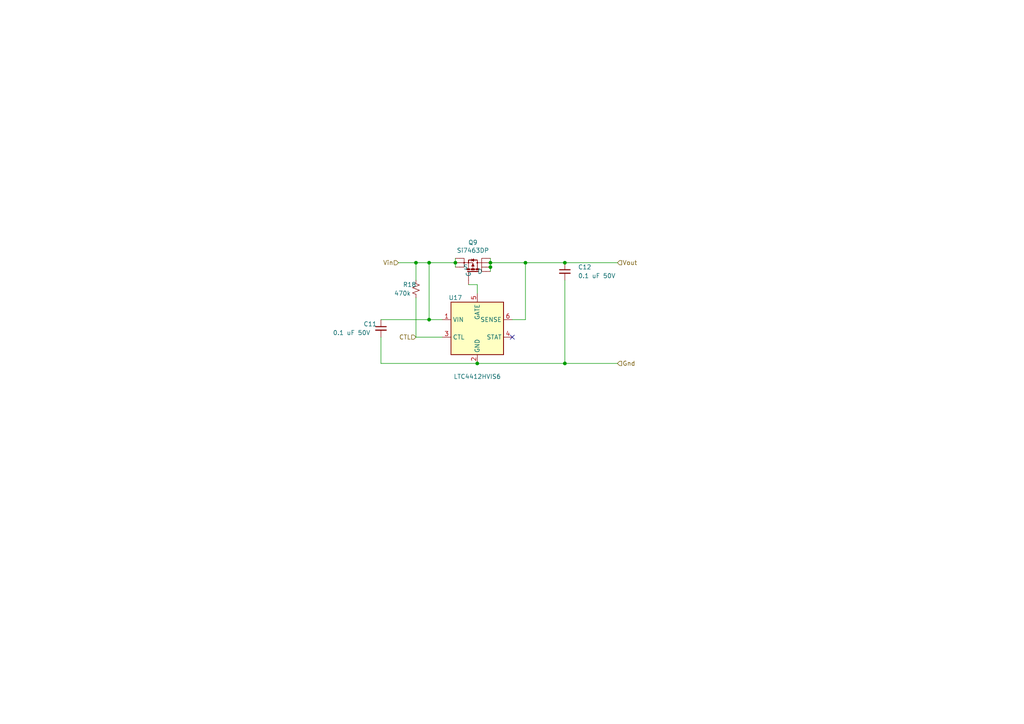
<source format=kicad_sch>
(kicad_sch (version 20211123) (generator eeschema)
  (paper "A4")
  (lib_symbols
    (symbol "Device:C_Small" (pin_numbers hide) (pin_names (offset 0.254) hide)
      (property "Reference" "C" (at 0.254 1.778 0))
      (property "Value" "C_Small" (at 0.254 -2.032 0))
      (symbol "C_Small_0_1"
        (polyline (pts (xy -1.524 -0.508) (xy 1.524 -0.508)) (stroke (width 0.3302)))
        (polyline (pts (xy -1.524 0.508) (xy 1.524 0.508)) (stroke (width 0.3048)))
      )
      (symbol "C_Small_1_1"
        (pin passive line (at 0 2.54 270) (length 2.032) (name "~") (number "1"))
        (pin passive line (at 0 -2.54 90) (length 2.032) (name "~") (number "2"))
      )
    )
    (symbol "Device:R_Small_US" (pin_numbers hide) (pin_names (offset 0.254) hide)
      (property "Reference" "R" (at 0.762 0.508 0))
      (property "Value" "R_Small_US" (at 0.762 -1.016 0))
      (symbol "R_Small_US_1_1"
        (polyline (pts (xy 0 0) (xy 1.016 -0.381) (xy 0 -0.762) (xy -1.016 -1.143) (xy 0 -1.524)))
        (polyline (pts (xy 0 1.524) (xy 1.016 1.143) (xy 0 0.762) (xy -1.016 0.381) (xy 0 0)))
        (pin passive line (at 0 2.54 270) (length 1.016) (name "~") (number "1"))
        (pin passive line (at 0 -2.54 90) (length 1.016) (name "~") (number "2"))
      )
    )
    (symbol "Dual-Mag-Camera-Control-rescue:Si7463DP-ProjectDevices" (pin_names (offset 1.016))
      (property "Reference" "Q" (at 2.54 0 0))
      (property "Value" "Si7463DP-ProjectDevices" (at 6.35 3.81 0))
      (symbol "Si7463DP-ProjectDevices_1_1"
        (circle (center 0 -1.27) (radius 0.127))
        (circle (center 0 -1.27) (radius 0.127))
        (circle (center 0 -1.27) (radius 0.127))
        (circle (center 0 -1.27) (radius 0.127))
        (polyline (pts (xy -5.08 1.27) (xy -3.81 1.27)))
        (polyline (pts (xy -2.54 1.27) (xy -3.81 1.27)))
        (polyline (pts (xy -1.905 -1.651) (xy -1.905 -1.016)) (stroke (width 0.508)))
        (polyline (pts (xy -1.905 -1.651) (xy -1.905 -1.016)) (stroke (width 0.508)))
        (polyline (pts (xy -1.905 -0.381) (xy -1.905 0.381)) (stroke (width 0.508)))
        (polyline (pts (xy -1.905 -0.381) (xy -1.905 0.381)) (stroke (width 0.508)))
        (polyline (pts (xy -1.905 1.016) (xy -1.905 1.651)) (stroke (width 0.508)))
        (polyline (pts (xy -1.778 -1.27) (xy 0 -1.27)))
        (polyline (pts (xy -1.778 -1.27) (xy 0 -1.27)))
        (polyline (pts (xy -1.778 -1.27) (xy 0 -1.27)))
        (polyline (pts (xy -1.778 -1.27) (xy 0 -1.27)))
        (polyline (pts (xy -1.778 1.27) (xy 0 1.27)))
        (polyline (pts (xy -1.27 -3.81) (xy -1.27 -2.54)))
        (polyline (pts (xy 0 -3.81) (xy 0 -2.54)))
        (polyline (pts (xy 0 1.27) (xy 0 2.54)))
        (polyline (pts (xy 0 2.54) (xy 0 3.81)))
        (polyline (pts (xy 0.381 0.381) (xy 1.143 0.381)))
        (polyline (pts (xy -2.54 -1.524) (xy -2.54 1.524) (xy -2.54 1.524)) (stroke (width 0.254)))
        (polyline (pts (xy -2.54 -1.524) (xy -2.54 1.524) (xy -2.54 1.524)) (stroke (width 0.254)))
        (polyline (pts (xy -1.778 0) (xy 0 0) (xy 0 1.27)))
        (polyline (pts (xy 0 2.54) (xy -1.27 2.54) (xy -1.27 3.81)))
        (polyline (pts (xy 0 2.54) (xy 1.27 2.54) (xy 1.27 3.81)))
        (polyline (pts (xy 1.27 -3.81) (xy 1.27 -2.54) (xy 0 -2.54)))
        (polyline (pts (xy -2.54 -3.81) (xy -2.54 -2.54) (xy 0 -2.54) (xy 0 -1.27)))
        (polyline (pts (xy -0.254 0) (xy -1.016 -0.381) (xy -1.016 0.381) (xy -0.254 0)) (fill (type outline)))
        (polyline (pts (xy 0 1.27) (xy 0.762 1.27) (xy 0.762 -1.27) (xy 0 -1.27)))
        (polyline (pts (xy 0 1.27) (xy 0.762 1.27) (xy 0.762 -1.27) (xy 0 -1.27)))
        (polyline (pts (xy 0 1.27) (xy 0.762 1.27) (xy 0.762 -1.27) (xy 0 -1.27)))
        (polyline (pts (xy 0 1.27) (xy 0.762 1.27) (xy 0.762 -1.27) (xy 0 -1.27)))
        (polyline (pts (xy 0.762 0.381) (xy 0.381 -0.254) (xy 1.143 -0.254) (xy 0.762 0.381)) (fill (type outline)))
        (circle (center 0 1.27) (radius 0.127))
        (circle (center 0 2.54) (radius 0.127))
        (circle (center 0 2.54) (radius 0.127))
        (circle (center 0 2.54) (radius 0.127))
        (circle (center 0 2.54) (radius 0.127))
        (pin power_out line (at -1.27 5.08 270) (length 1.27) (name "S") (number "1"))
        (pin power_out line (at 0 5.08 270) (length 1.27) (name "S") (number "2"))
        (pin power_out line (at 1.27 5.08 270) (length 1.27) (name "S") (number "3"))
        (pin passive line (at -6.35 1.27 0) (length 1.27) (name "G") (number "4"))
        (pin power_in line (at -2.54 -5.08 90) (length 1.27) (name "D") (number "5"))
        (pin power_in line (at -1.27 -5.08 90) (length 1.27) (name "D") (number "5"))
        (pin power_in line (at 0 -5.08 90) (length 1.27) (name "D") (number "5"))
        (pin power_in line (at 1.27 -5.08 90) (length 1.27) (name "D") (number "5"))
      )
    )
    (symbol "Power_Management:LTC4412xS6"
      (property "Reference" "U" (at -6.35 8.89 0))
      (property "Value" "LTC4412xS6" (at 6.35 8.89 0))
      (symbol "LTC4412xS6_0_1"
        (rectangle (start -7.62 7.62) (end 7.62 -7.62) (stroke (width 0.254)) (fill (type background)))
      )
      (symbol "LTC4412xS6_1_1"
        (pin power_in line (at -10.16 2.54 0) (length 2.54) (name "VIN") (number "1"))
        (pin power_in line (at 0 -10.16 90) (length 2.54) (name "GND") (number "2"))
        (pin input line (at -10.16 -2.54 0) (length 2.54) (name "CTL") (number "3"))
        (pin open_collector line (at 10.16 -2.54 180) (length 2.54) (name "STAT") (number "4"))
        (pin output line (at 0 10.16 270) (length 2.54) (name "GATE") (number "5"))
        (pin input line (at 10.16 2.54 180) (length 2.54) (name "SENSE") (number "6"))
      )
    )
  )
  (junction (at 132.08 76.2))
  (junction (at 142.24 76.2))
  (junction (at 163.83 76.2))
  (junction (at 138.43 105.41))
  (junction (at 124.46 92.71))
  (junction (at 152.4 76.2))
  (junction (at 120.65 76.2))
  (junction (at 142.24 77.47))
  (junction (at 124.46 76.2))
  (junction (at 163.83 105.41))
  (no_connect (at 148.59 97.79))
  (wire (pts (xy 142.24 76.2) (xy 152.4 76.2)))
  (wire (pts (xy 142.24 74.93) (xy 142.24 76.2)))
  (wire (pts (xy 132.08 77.47) (xy 132.08 76.2)))
  (wire (pts (xy 120.65 76.2) (xy 115.57 76.2)))
  (wire (pts (xy 163.83 81.28) (xy 163.83 105.41)))
  (wire (pts (xy 152.4 76.2) (xy 152.4 92.71)))
  (wire (pts (xy 135.89 82.55) (xy 138.43 82.55)))
  (wire (pts (xy 163.83 76.2) (xy 179.07 76.2)))
  (wire (pts (xy 124.46 76.2) (xy 120.65 76.2)))
  (wire (pts (xy 152.4 76.2) (xy 163.83 76.2)))
  (wire (pts (xy 142.24 78.74) (xy 142.24 77.47)))
  (wire (pts (xy 120.65 97.79) (xy 128.27 97.79)))
  (wire (pts (xy 152.4 92.71) (xy 148.59 92.71)))
  (wire (pts (xy 124.46 92.71) (xy 128.27 92.71)))
  (wire (pts (xy 124.46 76.2) (xy 124.46 92.71)))
  (wire (pts (xy 120.65 86.36) (xy 120.65 97.79)))
  (wire (pts (xy 132.08 74.93) (xy 132.08 76.2)))
  (wire (pts (xy 110.49 105.41) (xy 138.43 105.41)))
  (wire (pts (xy 138.43 105.41) (xy 163.83 105.41)))
  (wire (pts (xy 110.49 97.79) (xy 110.49 105.41)))
  (wire (pts (xy 110.49 92.71) (xy 124.46 92.71)))
  (wire (pts (xy 142.24 76.2) (xy 142.24 77.47)))
  (wire (pts (xy 138.43 82.55) (xy 138.43 85.09)))
  (wire (pts (xy 163.83 105.41) (xy 179.07 105.41)))
  (wire (pts (xy 120.65 81.28) (xy 120.65 76.2)))
  (wire (pts (xy 132.08 76.2) (xy 124.46 76.2)))
  (hierarchical_label "Gnd" (shape input) (at 179.07 105.41 0))
  (hierarchical_label "Vout" (shape input) (at 179.07 76.2 0))
  (hierarchical_label "Vin" (shape input) (at 115.57 76.2 180))
  (hierarchical_label "CTL" (shape input) (at 120.65 97.79 180))
  (symbol (lib_id "Power_Management:LTC4412xS6") (at 138.43 95.25 0) (unit 1)
    (property "Reference" "U17" (at 132.08 86.36 0))
    (property "Value" "LTC4412HVIS6" (at 138.43 109.22 0))
    (property "Footprint" "Package_TO_SOT_SMD:TSOT-23-6" (effects hide))
    (property "Datasheet" "https://www.analog.com/media/en/technical-documentation/data-sheets/4412hvfs.pdf" (effects hide))
    (property "Part Number" "LTC4412HVIS6#TRPBF" (effects hide))
    (property "Supplier" "Digikey" (effects hide))
    (property "Link" "https://www.digikey.com/product-detail/en/linear-technology-analog-devices/LTC4412HVIS6-TRPBF/LTC4412HVIS6-TRPBFCT-ND/4694483" (effects hide))
  )
  (symbol (lib_id "Device:C_Small") (at 110.49 95.25 0) (unit 1)
    (property "Reference" "C11" (at 105.41 93.98 0) (effects (justify left)))
    (property "Value" "0.1 uF 50V" (at 96.52 96.52 0) (effects (justify left)))
    (property "Footprint" "Capacitor_SMD:C_0603_1608Metric_Pad1.05x0.95mm_HandSolder" (effects hide))
    (property "Datasheet" "https://api.kemet.com/component-edge/download/datasheet/C0603C104M5RACTU.pdf" (effects hide))
    (property "Part Number" "C0603C104M5RACTU" (effects hide))
    (property "Supplier" "Digikey" (effects hide))
    (property "Link" "https://www.digikey.com/product-detail/en/kemet/C0603C104M5RACTU/399-7845-1-ND/3471568" (effects hide))
  )
  (symbol (lib_id "Device:C_Small") (at 163.83 78.74 0) (unit 1)
    (property "Reference" "C12" (at 167.64 77.47 0) (effects (justify left)))
    (property "Value" "0.1 uF 50V" (at 167.64 80.01 0) (effects (justify left)))
    (property "Footprint" "Capacitor_SMD:C_0603_1608Metric_Pad1.05x0.95mm_HandSolder" (effects hide))
    (property "Datasheet" "https://api.kemet.com/component-edge/download/datasheet/C0603C104M5RACTU.pdf" (effects hide))
    (property "Part Number" "C0603C104M5RACTU" (effects hide))
    (property "Supplier" "Digikey" (effects hide))
    (property "Link" "https://www.digikey.com/product-detail/en/kemet/C0603C104M5RACTU/399-7845-1-ND/3471568" (effects hide))
  )
  (symbol (lib_id "Device:R_Small_US") (at 120.65 83.82 0) (unit 1)
    (property "Reference" "R18" (at 116.84 82.55 0) (effects (justify left)))
    (property "Value" "470k" (at 114.3 85.09 0) (effects (justify left)))
    (property "Footprint" "Resistor_SMD:R_0603_1608Metric_Pad1.05x0.95mm_HandSolder" (effects hide))
    (property "Datasheet" "https://www.te.com/commerce/DocumentDelivery/DDEController?Action=srchrtrv&DocNm=1773200&DocType=DS&DocLang=English" (effects hide))
    (property "Part Number" "CPF0603B470KE1" (effects hide))
    (property "Supplier" "Digikey" (effects hide))
    (property "Link" "https://www.digikey.com/product-detail/en/te-connectivity-passive-product/CPF0603B470KE1/A102278CT-ND/2728653" (effects hide))
  )
  (symbol (lib_id "Dual-Mag-Camera-Control-rescue:Si7463DP-ProjectDevices") (at 137.16 76.2 90) (unit 1)
    (property "Reference" "Q9" (at 137.16 70.3326 90))
    (property "Value" "Si7463DP" (at 137.16 72.644 90))
    (property "Footprint" "Package_SO:PowerPAK_SO-8_Single" (effects hide))
    (property "Datasheet" "https://www.vishay.com/docs/72440/si7463dp.pdf" (effects hide))
    (property "Part Number" "SI7463DP-T1-E3CT-ND" (effects hide))
    (property "Supplier" "Digikey" (effects hide))
    (property "Link" "https://www.digikey.com/en/products/detail/vishay-siliconix/SI7463DP-T1-E3/1656627" (effects hide))
  )
)
</source>
